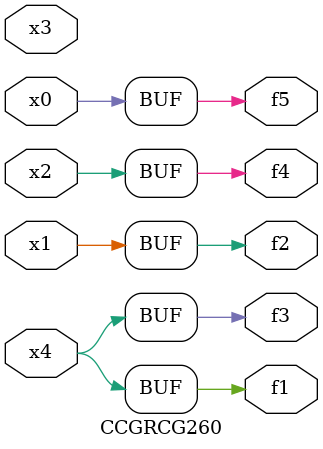
<source format=v>
module CCGRCG260(
	input x0, x1, x2, x3, x4,
	output f1, f2, f3, f4, f5
);
	assign f1 = x4;
	assign f2 = x1;
	assign f3 = x4;
	assign f4 = x2;
	assign f5 = x0;
endmodule

</source>
